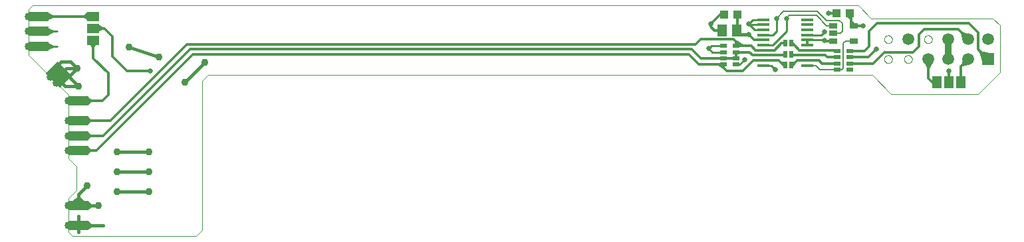
<source format=gtl>
G04 EAGLE Gerber X2 export*
%TF.Part,Single*%
%TF.FileFunction,Other,top copper*%
%TF.FilePolarity,Positive*%
%TF.GenerationSoftware,Autodesk,EAGLE,9.5.2*%
%TF.CreationDate,2020-04-08T10:13:28Z*%
G75*
%MOMM*%
%FSLAX34Y34*%
%LPD*%
%INtop copper*%
%AMOC8*
5,1,8,0,0,1.08239X$1,22.5*%
G01*
%ADD10C,0.000000*%
%ADD11R,2.540000X1.270000*%
%ADD12R,1.270000X2.540000*%
%ADD13R,1.500000X1.500000*%
%ADD14C,1.500000*%
%ADD15R,1.168400X1.600200*%
%ADD16R,1.300000X1.500000*%
%ADD17R,1.600000X0.350000*%
%ADD18R,0.900000X0.500000*%
%ADD19R,1.100000X1.000000*%
%ADD20R,0.508000X0.889000*%
%ADD21R,1.600200X1.168400*%
%ADD22R,0.990000X0.690000*%
%ADD23C,0.203200*%
%ADD24C,1.020000*%
%ADD25C,0.304800*%
%ADD26C,0.406400*%
%ADD27C,0.935000*%
%ADD28C,0.680000*%
%ADD29C,0.254000*%
%ADD30C,0.812800*%


D10*
X0Y232410D02*
X50800Y181610D01*
X50800Y100330D01*
X60960Y90170D01*
X60960Y59690D01*
X50800Y49530D01*
X50800Y6350D01*
X55880Y1270D01*
X213360Y1270D01*
X1236980Y210820D02*
X1236980Y270510D01*
X0Y290830D02*
X0Y232410D01*
X0Y290830D02*
X5080Y295910D01*
X220980Y8890D02*
X213360Y1270D01*
X220980Y8890D02*
X220980Y199390D01*
X228600Y207010D01*
X1074420Y207010D01*
X1056640Y295910D02*
X5080Y295910D01*
X1074420Y207010D02*
X1098550Y182880D01*
X1209040Y182880D01*
X1236980Y210820D01*
X1073150Y279400D02*
X1056640Y295910D01*
X1073150Y279400D02*
X1228090Y279400D01*
X1236980Y270510D01*
D11*
X63500Y110490D03*
X63500Y173990D03*
X63500Y129540D03*
X63500Y40640D03*
D12*
G36*
X55380Y206330D02*
X46400Y197350D01*
X28440Y215310D01*
X37420Y224290D01*
X55380Y206330D01*
G37*
D11*
X63500Y15240D03*
X63500Y148590D03*
D12*
G36*
X49030Y199980D02*
X40050Y191000D01*
X22090Y208960D01*
X31070Y217940D01*
X49030Y199980D01*
G37*
D13*
X1221740Y227330D03*
D14*
X1221740Y252730D03*
X1196340Y227330D03*
X1196340Y252730D03*
X1170940Y227330D03*
X1170940Y252730D03*
X1120140Y252730D03*
D10*
X1115140Y227330D02*
X1115142Y227471D01*
X1115148Y227612D01*
X1115158Y227752D01*
X1115172Y227892D01*
X1115190Y228032D01*
X1115211Y228171D01*
X1115237Y228310D01*
X1115266Y228448D01*
X1115300Y228584D01*
X1115337Y228720D01*
X1115378Y228855D01*
X1115423Y228989D01*
X1115472Y229121D01*
X1115524Y229252D01*
X1115580Y229381D01*
X1115640Y229508D01*
X1115703Y229634D01*
X1115769Y229758D01*
X1115840Y229881D01*
X1115913Y230001D01*
X1115990Y230119D01*
X1116070Y230235D01*
X1116154Y230348D01*
X1116240Y230459D01*
X1116330Y230568D01*
X1116423Y230674D01*
X1116518Y230777D01*
X1116617Y230878D01*
X1116718Y230976D01*
X1116822Y231071D01*
X1116929Y231163D01*
X1117038Y231252D01*
X1117150Y231337D01*
X1117264Y231420D01*
X1117380Y231500D01*
X1117499Y231576D01*
X1117620Y231648D01*
X1117742Y231718D01*
X1117867Y231783D01*
X1117993Y231846D01*
X1118121Y231904D01*
X1118251Y231959D01*
X1118382Y232011D01*
X1118515Y232058D01*
X1118649Y232102D01*
X1118784Y232143D01*
X1118920Y232179D01*
X1119057Y232211D01*
X1119195Y232240D01*
X1119333Y232265D01*
X1119473Y232285D01*
X1119613Y232302D01*
X1119753Y232315D01*
X1119894Y232324D01*
X1120034Y232329D01*
X1120175Y232330D01*
X1120316Y232327D01*
X1120457Y232320D01*
X1120597Y232309D01*
X1120737Y232294D01*
X1120877Y232275D01*
X1121016Y232253D01*
X1121154Y232226D01*
X1121292Y232196D01*
X1121428Y232161D01*
X1121564Y232123D01*
X1121698Y232081D01*
X1121832Y232035D01*
X1121964Y231986D01*
X1122094Y231932D01*
X1122223Y231875D01*
X1122350Y231815D01*
X1122476Y231751D01*
X1122599Y231683D01*
X1122721Y231612D01*
X1122841Y231538D01*
X1122958Y231460D01*
X1123073Y231379D01*
X1123186Y231295D01*
X1123297Y231208D01*
X1123405Y231117D01*
X1123510Y231024D01*
X1123613Y230927D01*
X1123713Y230828D01*
X1123810Y230726D01*
X1123904Y230621D01*
X1123995Y230514D01*
X1124083Y230404D01*
X1124168Y230292D01*
X1124250Y230177D01*
X1124329Y230060D01*
X1124404Y229941D01*
X1124476Y229820D01*
X1124544Y229697D01*
X1124609Y229572D01*
X1124671Y229445D01*
X1124728Y229316D01*
X1124783Y229186D01*
X1124833Y229055D01*
X1124880Y228922D01*
X1124923Y228788D01*
X1124962Y228652D01*
X1124997Y228516D01*
X1125029Y228379D01*
X1125056Y228241D01*
X1125080Y228102D01*
X1125100Y227962D01*
X1125116Y227822D01*
X1125128Y227682D01*
X1125136Y227541D01*
X1125140Y227400D01*
X1125140Y227260D01*
X1125136Y227119D01*
X1125128Y226978D01*
X1125116Y226838D01*
X1125100Y226698D01*
X1125080Y226558D01*
X1125056Y226419D01*
X1125029Y226281D01*
X1124997Y226144D01*
X1124962Y226008D01*
X1124923Y225872D01*
X1124880Y225738D01*
X1124833Y225605D01*
X1124783Y225474D01*
X1124728Y225344D01*
X1124671Y225215D01*
X1124609Y225088D01*
X1124544Y224963D01*
X1124476Y224840D01*
X1124404Y224719D01*
X1124329Y224600D01*
X1124250Y224483D01*
X1124168Y224368D01*
X1124083Y224256D01*
X1123995Y224146D01*
X1123904Y224039D01*
X1123810Y223934D01*
X1123713Y223832D01*
X1123613Y223733D01*
X1123510Y223636D01*
X1123405Y223543D01*
X1123297Y223452D01*
X1123186Y223365D01*
X1123073Y223281D01*
X1122958Y223200D01*
X1122841Y223122D01*
X1122721Y223048D01*
X1122599Y222977D01*
X1122476Y222909D01*
X1122350Y222845D01*
X1122223Y222785D01*
X1122094Y222728D01*
X1121964Y222674D01*
X1121832Y222625D01*
X1121698Y222579D01*
X1121564Y222537D01*
X1121428Y222499D01*
X1121292Y222464D01*
X1121154Y222434D01*
X1121016Y222407D01*
X1120877Y222385D01*
X1120737Y222366D01*
X1120597Y222351D01*
X1120457Y222340D01*
X1120316Y222333D01*
X1120175Y222330D01*
X1120034Y222331D01*
X1119894Y222336D01*
X1119753Y222345D01*
X1119613Y222358D01*
X1119473Y222375D01*
X1119333Y222395D01*
X1119195Y222420D01*
X1119057Y222449D01*
X1118920Y222481D01*
X1118784Y222517D01*
X1118649Y222558D01*
X1118515Y222602D01*
X1118382Y222649D01*
X1118251Y222701D01*
X1118121Y222756D01*
X1117993Y222814D01*
X1117867Y222877D01*
X1117742Y222942D01*
X1117620Y223012D01*
X1117499Y223084D01*
X1117380Y223160D01*
X1117264Y223240D01*
X1117150Y223323D01*
X1117038Y223408D01*
X1116929Y223497D01*
X1116822Y223589D01*
X1116718Y223684D01*
X1116617Y223782D01*
X1116518Y223883D01*
X1116423Y223986D01*
X1116330Y224092D01*
X1116240Y224201D01*
X1116154Y224312D01*
X1116070Y224425D01*
X1115990Y224541D01*
X1115913Y224659D01*
X1115840Y224779D01*
X1115769Y224902D01*
X1115703Y225026D01*
X1115640Y225152D01*
X1115580Y225279D01*
X1115524Y225408D01*
X1115472Y225539D01*
X1115423Y225671D01*
X1115378Y225805D01*
X1115337Y225940D01*
X1115300Y226076D01*
X1115266Y226212D01*
X1115237Y226350D01*
X1115211Y226489D01*
X1115190Y226628D01*
X1115172Y226768D01*
X1115158Y226908D01*
X1115148Y227048D01*
X1115142Y227189D01*
X1115140Y227330D01*
X1089740Y227330D02*
X1089742Y227471D01*
X1089748Y227612D01*
X1089758Y227752D01*
X1089772Y227892D01*
X1089790Y228032D01*
X1089811Y228171D01*
X1089837Y228310D01*
X1089866Y228448D01*
X1089900Y228584D01*
X1089937Y228720D01*
X1089978Y228855D01*
X1090023Y228989D01*
X1090072Y229121D01*
X1090124Y229252D01*
X1090180Y229381D01*
X1090240Y229508D01*
X1090303Y229634D01*
X1090369Y229758D01*
X1090440Y229881D01*
X1090513Y230001D01*
X1090590Y230119D01*
X1090670Y230235D01*
X1090754Y230348D01*
X1090840Y230459D01*
X1090930Y230568D01*
X1091023Y230674D01*
X1091118Y230777D01*
X1091217Y230878D01*
X1091318Y230976D01*
X1091422Y231071D01*
X1091529Y231163D01*
X1091638Y231252D01*
X1091750Y231337D01*
X1091864Y231420D01*
X1091980Y231500D01*
X1092099Y231576D01*
X1092220Y231648D01*
X1092342Y231718D01*
X1092467Y231783D01*
X1092593Y231846D01*
X1092721Y231904D01*
X1092851Y231959D01*
X1092982Y232011D01*
X1093115Y232058D01*
X1093249Y232102D01*
X1093384Y232143D01*
X1093520Y232179D01*
X1093657Y232211D01*
X1093795Y232240D01*
X1093933Y232265D01*
X1094073Y232285D01*
X1094213Y232302D01*
X1094353Y232315D01*
X1094494Y232324D01*
X1094634Y232329D01*
X1094775Y232330D01*
X1094916Y232327D01*
X1095057Y232320D01*
X1095197Y232309D01*
X1095337Y232294D01*
X1095477Y232275D01*
X1095616Y232253D01*
X1095754Y232226D01*
X1095892Y232196D01*
X1096028Y232161D01*
X1096164Y232123D01*
X1096298Y232081D01*
X1096432Y232035D01*
X1096564Y231986D01*
X1096694Y231932D01*
X1096823Y231875D01*
X1096950Y231815D01*
X1097076Y231751D01*
X1097199Y231683D01*
X1097321Y231612D01*
X1097441Y231538D01*
X1097558Y231460D01*
X1097673Y231379D01*
X1097786Y231295D01*
X1097897Y231208D01*
X1098005Y231117D01*
X1098110Y231024D01*
X1098213Y230927D01*
X1098313Y230828D01*
X1098410Y230726D01*
X1098504Y230621D01*
X1098595Y230514D01*
X1098683Y230404D01*
X1098768Y230292D01*
X1098850Y230177D01*
X1098929Y230060D01*
X1099004Y229941D01*
X1099076Y229820D01*
X1099144Y229697D01*
X1099209Y229572D01*
X1099271Y229445D01*
X1099328Y229316D01*
X1099383Y229186D01*
X1099433Y229055D01*
X1099480Y228922D01*
X1099523Y228788D01*
X1099562Y228652D01*
X1099597Y228516D01*
X1099629Y228379D01*
X1099656Y228241D01*
X1099680Y228102D01*
X1099700Y227962D01*
X1099716Y227822D01*
X1099728Y227682D01*
X1099736Y227541D01*
X1099740Y227400D01*
X1099740Y227260D01*
X1099736Y227119D01*
X1099728Y226978D01*
X1099716Y226838D01*
X1099700Y226698D01*
X1099680Y226558D01*
X1099656Y226419D01*
X1099629Y226281D01*
X1099597Y226144D01*
X1099562Y226008D01*
X1099523Y225872D01*
X1099480Y225738D01*
X1099433Y225605D01*
X1099383Y225474D01*
X1099328Y225344D01*
X1099271Y225215D01*
X1099209Y225088D01*
X1099144Y224963D01*
X1099076Y224840D01*
X1099004Y224719D01*
X1098929Y224600D01*
X1098850Y224483D01*
X1098768Y224368D01*
X1098683Y224256D01*
X1098595Y224146D01*
X1098504Y224039D01*
X1098410Y223934D01*
X1098313Y223832D01*
X1098213Y223733D01*
X1098110Y223636D01*
X1098005Y223543D01*
X1097897Y223452D01*
X1097786Y223365D01*
X1097673Y223281D01*
X1097558Y223200D01*
X1097441Y223122D01*
X1097321Y223048D01*
X1097199Y222977D01*
X1097076Y222909D01*
X1096950Y222845D01*
X1096823Y222785D01*
X1096694Y222728D01*
X1096564Y222674D01*
X1096432Y222625D01*
X1096298Y222579D01*
X1096164Y222537D01*
X1096028Y222499D01*
X1095892Y222464D01*
X1095754Y222434D01*
X1095616Y222407D01*
X1095477Y222385D01*
X1095337Y222366D01*
X1095197Y222351D01*
X1095057Y222340D01*
X1094916Y222333D01*
X1094775Y222330D01*
X1094634Y222331D01*
X1094494Y222336D01*
X1094353Y222345D01*
X1094213Y222358D01*
X1094073Y222375D01*
X1093933Y222395D01*
X1093795Y222420D01*
X1093657Y222449D01*
X1093520Y222481D01*
X1093384Y222517D01*
X1093249Y222558D01*
X1093115Y222602D01*
X1092982Y222649D01*
X1092851Y222701D01*
X1092721Y222756D01*
X1092593Y222814D01*
X1092467Y222877D01*
X1092342Y222942D01*
X1092220Y223012D01*
X1092099Y223084D01*
X1091980Y223160D01*
X1091864Y223240D01*
X1091750Y223323D01*
X1091638Y223408D01*
X1091529Y223497D01*
X1091422Y223589D01*
X1091318Y223684D01*
X1091217Y223782D01*
X1091118Y223883D01*
X1091023Y223986D01*
X1090930Y224092D01*
X1090840Y224201D01*
X1090754Y224312D01*
X1090670Y224425D01*
X1090590Y224541D01*
X1090513Y224659D01*
X1090440Y224779D01*
X1090369Y224902D01*
X1090303Y225026D01*
X1090240Y225152D01*
X1090180Y225279D01*
X1090124Y225408D01*
X1090072Y225539D01*
X1090023Y225671D01*
X1089978Y225805D01*
X1089937Y225940D01*
X1089900Y226076D01*
X1089866Y226212D01*
X1089837Y226350D01*
X1089811Y226489D01*
X1089790Y226628D01*
X1089772Y226768D01*
X1089758Y226908D01*
X1089748Y227048D01*
X1089742Y227189D01*
X1089740Y227330D01*
X1089740Y252730D02*
X1089742Y252871D01*
X1089748Y253012D01*
X1089758Y253152D01*
X1089772Y253292D01*
X1089790Y253432D01*
X1089811Y253571D01*
X1089837Y253710D01*
X1089866Y253848D01*
X1089900Y253984D01*
X1089937Y254120D01*
X1089978Y254255D01*
X1090023Y254389D01*
X1090072Y254521D01*
X1090124Y254652D01*
X1090180Y254781D01*
X1090240Y254908D01*
X1090303Y255034D01*
X1090369Y255158D01*
X1090440Y255281D01*
X1090513Y255401D01*
X1090590Y255519D01*
X1090670Y255635D01*
X1090754Y255748D01*
X1090840Y255859D01*
X1090930Y255968D01*
X1091023Y256074D01*
X1091118Y256177D01*
X1091217Y256278D01*
X1091318Y256376D01*
X1091422Y256471D01*
X1091529Y256563D01*
X1091638Y256652D01*
X1091750Y256737D01*
X1091864Y256820D01*
X1091980Y256900D01*
X1092099Y256976D01*
X1092220Y257048D01*
X1092342Y257118D01*
X1092467Y257183D01*
X1092593Y257246D01*
X1092721Y257304D01*
X1092851Y257359D01*
X1092982Y257411D01*
X1093115Y257458D01*
X1093249Y257502D01*
X1093384Y257543D01*
X1093520Y257579D01*
X1093657Y257611D01*
X1093795Y257640D01*
X1093933Y257665D01*
X1094073Y257685D01*
X1094213Y257702D01*
X1094353Y257715D01*
X1094494Y257724D01*
X1094634Y257729D01*
X1094775Y257730D01*
X1094916Y257727D01*
X1095057Y257720D01*
X1095197Y257709D01*
X1095337Y257694D01*
X1095477Y257675D01*
X1095616Y257653D01*
X1095754Y257626D01*
X1095892Y257596D01*
X1096028Y257561D01*
X1096164Y257523D01*
X1096298Y257481D01*
X1096432Y257435D01*
X1096564Y257386D01*
X1096694Y257332D01*
X1096823Y257275D01*
X1096950Y257215D01*
X1097076Y257151D01*
X1097199Y257083D01*
X1097321Y257012D01*
X1097441Y256938D01*
X1097558Y256860D01*
X1097673Y256779D01*
X1097786Y256695D01*
X1097897Y256608D01*
X1098005Y256517D01*
X1098110Y256424D01*
X1098213Y256327D01*
X1098313Y256228D01*
X1098410Y256126D01*
X1098504Y256021D01*
X1098595Y255914D01*
X1098683Y255804D01*
X1098768Y255692D01*
X1098850Y255577D01*
X1098929Y255460D01*
X1099004Y255341D01*
X1099076Y255220D01*
X1099144Y255097D01*
X1099209Y254972D01*
X1099271Y254845D01*
X1099328Y254716D01*
X1099383Y254586D01*
X1099433Y254455D01*
X1099480Y254322D01*
X1099523Y254188D01*
X1099562Y254052D01*
X1099597Y253916D01*
X1099629Y253779D01*
X1099656Y253641D01*
X1099680Y253502D01*
X1099700Y253362D01*
X1099716Y253222D01*
X1099728Y253082D01*
X1099736Y252941D01*
X1099740Y252800D01*
X1099740Y252660D01*
X1099736Y252519D01*
X1099728Y252378D01*
X1099716Y252238D01*
X1099700Y252098D01*
X1099680Y251958D01*
X1099656Y251819D01*
X1099629Y251681D01*
X1099597Y251544D01*
X1099562Y251408D01*
X1099523Y251272D01*
X1099480Y251138D01*
X1099433Y251005D01*
X1099383Y250874D01*
X1099328Y250744D01*
X1099271Y250615D01*
X1099209Y250488D01*
X1099144Y250363D01*
X1099076Y250240D01*
X1099004Y250119D01*
X1098929Y250000D01*
X1098850Y249883D01*
X1098768Y249768D01*
X1098683Y249656D01*
X1098595Y249546D01*
X1098504Y249439D01*
X1098410Y249334D01*
X1098313Y249232D01*
X1098213Y249133D01*
X1098110Y249036D01*
X1098005Y248943D01*
X1097897Y248852D01*
X1097786Y248765D01*
X1097673Y248681D01*
X1097558Y248600D01*
X1097441Y248522D01*
X1097321Y248448D01*
X1097199Y248377D01*
X1097076Y248309D01*
X1096950Y248245D01*
X1096823Y248185D01*
X1096694Y248128D01*
X1096564Y248074D01*
X1096432Y248025D01*
X1096298Y247979D01*
X1096164Y247937D01*
X1096028Y247899D01*
X1095892Y247864D01*
X1095754Y247834D01*
X1095616Y247807D01*
X1095477Y247785D01*
X1095337Y247766D01*
X1095197Y247751D01*
X1095057Y247740D01*
X1094916Y247733D01*
X1094775Y247730D01*
X1094634Y247731D01*
X1094494Y247736D01*
X1094353Y247745D01*
X1094213Y247758D01*
X1094073Y247775D01*
X1093933Y247795D01*
X1093795Y247820D01*
X1093657Y247849D01*
X1093520Y247881D01*
X1093384Y247917D01*
X1093249Y247958D01*
X1093115Y248002D01*
X1092982Y248049D01*
X1092851Y248101D01*
X1092721Y248156D01*
X1092593Y248214D01*
X1092467Y248277D01*
X1092342Y248342D01*
X1092220Y248412D01*
X1092099Y248484D01*
X1091980Y248560D01*
X1091864Y248640D01*
X1091750Y248723D01*
X1091638Y248808D01*
X1091529Y248897D01*
X1091422Y248989D01*
X1091318Y249084D01*
X1091217Y249182D01*
X1091118Y249283D01*
X1091023Y249386D01*
X1090930Y249492D01*
X1090840Y249601D01*
X1090754Y249712D01*
X1090670Y249825D01*
X1090590Y249941D01*
X1090513Y250059D01*
X1090440Y250179D01*
X1090369Y250302D01*
X1090303Y250426D01*
X1090240Y250552D01*
X1090180Y250679D01*
X1090124Y250808D01*
X1090072Y250939D01*
X1090023Y251071D01*
X1089978Y251205D01*
X1089937Y251340D01*
X1089900Y251476D01*
X1089866Y251612D01*
X1089837Y251750D01*
X1089811Y251889D01*
X1089790Y252028D01*
X1089772Y252168D01*
X1089758Y252308D01*
X1089748Y252448D01*
X1089742Y252589D01*
X1089740Y252730D01*
D14*
X1145540Y227330D03*
D10*
X1140540Y252730D02*
X1140542Y252871D01*
X1140548Y253012D01*
X1140558Y253152D01*
X1140572Y253292D01*
X1140590Y253432D01*
X1140611Y253571D01*
X1140637Y253710D01*
X1140666Y253848D01*
X1140700Y253984D01*
X1140737Y254120D01*
X1140778Y254255D01*
X1140823Y254389D01*
X1140872Y254521D01*
X1140924Y254652D01*
X1140980Y254781D01*
X1141040Y254908D01*
X1141103Y255034D01*
X1141169Y255158D01*
X1141240Y255281D01*
X1141313Y255401D01*
X1141390Y255519D01*
X1141470Y255635D01*
X1141554Y255748D01*
X1141640Y255859D01*
X1141730Y255968D01*
X1141823Y256074D01*
X1141918Y256177D01*
X1142017Y256278D01*
X1142118Y256376D01*
X1142222Y256471D01*
X1142329Y256563D01*
X1142438Y256652D01*
X1142550Y256737D01*
X1142664Y256820D01*
X1142780Y256900D01*
X1142899Y256976D01*
X1143020Y257048D01*
X1143142Y257118D01*
X1143267Y257183D01*
X1143393Y257246D01*
X1143521Y257304D01*
X1143651Y257359D01*
X1143782Y257411D01*
X1143915Y257458D01*
X1144049Y257502D01*
X1144184Y257543D01*
X1144320Y257579D01*
X1144457Y257611D01*
X1144595Y257640D01*
X1144733Y257665D01*
X1144873Y257685D01*
X1145013Y257702D01*
X1145153Y257715D01*
X1145294Y257724D01*
X1145434Y257729D01*
X1145575Y257730D01*
X1145716Y257727D01*
X1145857Y257720D01*
X1145997Y257709D01*
X1146137Y257694D01*
X1146277Y257675D01*
X1146416Y257653D01*
X1146554Y257626D01*
X1146692Y257596D01*
X1146828Y257561D01*
X1146964Y257523D01*
X1147098Y257481D01*
X1147232Y257435D01*
X1147364Y257386D01*
X1147494Y257332D01*
X1147623Y257275D01*
X1147750Y257215D01*
X1147876Y257151D01*
X1147999Y257083D01*
X1148121Y257012D01*
X1148241Y256938D01*
X1148358Y256860D01*
X1148473Y256779D01*
X1148586Y256695D01*
X1148697Y256608D01*
X1148805Y256517D01*
X1148910Y256424D01*
X1149013Y256327D01*
X1149113Y256228D01*
X1149210Y256126D01*
X1149304Y256021D01*
X1149395Y255914D01*
X1149483Y255804D01*
X1149568Y255692D01*
X1149650Y255577D01*
X1149729Y255460D01*
X1149804Y255341D01*
X1149876Y255220D01*
X1149944Y255097D01*
X1150009Y254972D01*
X1150071Y254845D01*
X1150128Y254716D01*
X1150183Y254586D01*
X1150233Y254455D01*
X1150280Y254322D01*
X1150323Y254188D01*
X1150362Y254052D01*
X1150397Y253916D01*
X1150429Y253779D01*
X1150456Y253641D01*
X1150480Y253502D01*
X1150500Y253362D01*
X1150516Y253222D01*
X1150528Y253082D01*
X1150536Y252941D01*
X1150540Y252800D01*
X1150540Y252660D01*
X1150536Y252519D01*
X1150528Y252378D01*
X1150516Y252238D01*
X1150500Y252098D01*
X1150480Y251958D01*
X1150456Y251819D01*
X1150429Y251681D01*
X1150397Y251544D01*
X1150362Y251408D01*
X1150323Y251272D01*
X1150280Y251138D01*
X1150233Y251005D01*
X1150183Y250874D01*
X1150128Y250744D01*
X1150071Y250615D01*
X1150009Y250488D01*
X1149944Y250363D01*
X1149876Y250240D01*
X1149804Y250119D01*
X1149729Y250000D01*
X1149650Y249883D01*
X1149568Y249768D01*
X1149483Y249656D01*
X1149395Y249546D01*
X1149304Y249439D01*
X1149210Y249334D01*
X1149113Y249232D01*
X1149013Y249133D01*
X1148910Y249036D01*
X1148805Y248943D01*
X1148697Y248852D01*
X1148586Y248765D01*
X1148473Y248681D01*
X1148358Y248600D01*
X1148241Y248522D01*
X1148121Y248448D01*
X1147999Y248377D01*
X1147876Y248309D01*
X1147750Y248245D01*
X1147623Y248185D01*
X1147494Y248128D01*
X1147364Y248074D01*
X1147232Y248025D01*
X1147098Y247979D01*
X1146964Y247937D01*
X1146828Y247899D01*
X1146692Y247864D01*
X1146554Y247834D01*
X1146416Y247807D01*
X1146277Y247785D01*
X1146137Y247766D01*
X1145997Y247751D01*
X1145857Y247740D01*
X1145716Y247733D01*
X1145575Y247730D01*
X1145434Y247731D01*
X1145294Y247736D01*
X1145153Y247745D01*
X1145013Y247758D01*
X1144873Y247775D01*
X1144733Y247795D01*
X1144595Y247820D01*
X1144457Y247849D01*
X1144320Y247881D01*
X1144184Y247917D01*
X1144049Y247958D01*
X1143915Y248002D01*
X1143782Y248049D01*
X1143651Y248101D01*
X1143521Y248156D01*
X1143393Y248214D01*
X1143267Y248277D01*
X1143142Y248342D01*
X1143020Y248412D01*
X1142899Y248484D01*
X1142780Y248560D01*
X1142664Y248640D01*
X1142550Y248723D01*
X1142438Y248808D01*
X1142329Y248897D01*
X1142222Y248989D01*
X1142118Y249084D01*
X1142017Y249182D01*
X1141918Y249283D01*
X1141823Y249386D01*
X1141730Y249492D01*
X1141640Y249601D01*
X1141554Y249712D01*
X1141470Y249825D01*
X1141390Y249941D01*
X1141313Y250059D01*
X1141240Y250179D01*
X1141169Y250302D01*
X1141103Y250426D01*
X1141040Y250552D01*
X1140980Y250679D01*
X1140924Y250808D01*
X1140872Y250939D01*
X1140823Y251071D01*
X1140778Y251205D01*
X1140737Y251340D01*
X1140700Y251476D01*
X1140666Y251612D01*
X1140637Y251750D01*
X1140611Y251889D01*
X1140590Y252028D01*
X1140572Y252168D01*
X1140558Y252308D01*
X1140548Y252448D01*
X1140542Y252589D01*
X1140540Y252730D01*
D15*
X1187450Y198120D03*
X1172210Y198120D03*
X1156970Y198120D03*
D16*
X883310Y264160D03*
X902310Y264160D03*
D17*
X935930Y277870D03*
X935930Y271370D03*
X935930Y264870D03*
X935930Y258370D03*
X935930Y251870D03*
X935930Y245370D03*
X935930Y238870D03*
X935930Y232370D03*
X935930Y225870D03*
X935930Y219370D03*
X991930Y219370D03*
X991930Y225870D03*
X991930Y232370D03*
X991930Y238870D03*
X991930Y245370D03*
X991930Y251870D03*
X991930Y258370D03*
X991930Y264870D03*
X991930Y271370D03*
X991930Y277870D03*
D18*
X900810Y220410D03*
X900810Y228410D03*
X900810Y236410D03*
X900810Y244410D03*
X884810Y244410D03*
X884810Y236410D03*
X884810Y228410D03*
X884810Y220410D03*
D11*
X12700Y243840D03*
X12700Y262890D03*
X12700Y281940D03*
D18*
X1029590Y238060D03*
X1029590Y230060D03*
X1029590Y222060D03*
X1029590Y214060D03*
X1045590Y214060D03*
X1045590Y222060D03*
X1045590Y230060D03*
X1045590Y238060D03*
D19*
X902580Y284480D03*
X885580Y284480D03*
D20*
X963930Y247650D03*
X971550Y247650D03*
X963930Y233680D03*
X971550Y233680D03*
X963930Y219710D03*
X971550Y219710D03*
D21*
X82550Y281940D03*
X82550Y266700D03*
X82550Y251460D03*
D22*
X1024690Y269850D03*
X1024690Y260350D03*
X1024690Y250850D03*
X1050590Y250850D03*
X1050590Y269850D03*
D19*
X1046090Y285750D03*
X1029090Y285750D03*
D23*
X1002370Y219370D02*
X991930Y219370D01*
X1007680Y214060D02*
X1029590Y214060D01*
X1007680Y214060D02*
X1002370Y219370D01*
X1029590Y214060D02*
X1035750Y214060D01*
X1037590Y215900D01*
X1040790Y250850D02*
X1050590Y250850D01*
X1037590Y247650D02*
X1037590Y215900D01*
X1037590Y247650D02*
X1040790Y250850D01*
D24*
X50800Y40640D03*
X63500Y40640D03*
X45720Y207010D03*
X35560Y196850D03*
D25*
X50800Y40640D02*
X63500Y40640D01*
D26*
X78740Y40640D01*
X88900Y40640D01*
X63500Y40640D02*
X63500Y50800D01*
X63500Y54610D01*
X74930Y66040D01*
D27*
X74930Y66040D03*
X88900Y40640D03*
D26*
X69850Y44450D02*
X63500Y50800D01*
X57150Y44450D01*
X74930Y44450D02*
X78740Y40640D01*
X74930Y36830D01*
D27*
X62230Y215900D03*
X63500Y193040D03*
D26*
X62230Y215900D02*
X48260Y215900D01*
X45720Y213360D01*
X45720Y207010D01*
X46990Y193040D02*
X63500Y193040D01*
X46990Y193040D02*
X36830Y203200D01*
X35560Y204470D01*
X43180Y204470D01*
X45720Y207010D01*
X49530Y207010D02*
X63500Y193040D01*
X49530Y207010D02*
X45720Y207010D01*
X53340Y207010D02*
X62230Y215900D01*
X53340Y207010D02*
X49530Y207010D01*
X62230Y215900D02*
X53562Y224568D01*
X36830Y219710D02*
X36830Y203200D01*
X41688Y224568D02*
X53562Y224568D01*
X41688Y224568D02*
X36830Y219710D01*
D24*
X27940Y204470D03*
X38100Y214630D03*
D28*
X916940Y272640D03*
X911860Y226990D03*
D27*
X113030Y109220D03*
X113030Y83820D03*
X113030Y58420D03*
X153670Y58420D03*
X153670Y83820D03*
X153670Y109220D03*
D26*
X113030Y109220D01*
X113030Y83820D02*
X153670Y83820D01*
X153670Y58420D02*
X113030Y58420D01*
D29*
X916940Y272640D02*
X918210Y271370D01*
X935930Y271370D01*
X935930Y277870D02*
X922170Y277870D01*
X916940Y272640D01*
X924710Y264870D02*
X935930Y264870D01*
X924710Y264870D02*
X916940Y272640D01*
D27*
X224790Y223520D03*
X199390Y198120D03*
D26*
X224790Y223520D01*
D27*
X166370Y229870D03*
X128270Y242570D03*
D26*
X166370Y229870D01*
D28*
X868680Y272640D03*
D25*
X880520Y284480D02*
X885580Y284480D01*
X880520Y284480D02*
X868680Y272640D01*
X873350Y264160D02*
X883310Y264160D01*
X873350Y264160D02*
X868680Y268830D01*
X868680Y272640D01*
D28*
X866140Y240960D03*
X951230Y214290D03*
D29*
X946150Y219370D02*
X935930Y219370D01*
X946150Y219370D02*
X951230Y214290D01*
X905280Y220410D02*
X900810Y220410D01*
X905280Y220410D02*
X911860Y226990D01*
X884810Y244410D02*
X869590Y244410D01*
X866310Y241130D01*
X866140Y240960D01*
X871030Y236410D02*
X884810Y236410D01*
X871030Y236410D02*
X866310Y241130D01*
D30*
X1170940Y252730D02*
X1170940Y227330D01*
D28*
X1013460Y251460D03*
D29*
X1013050Y251870D01*
X991930Y251870D01*
D25*
X991930Y245370D01*
X1014070Y250850D02*
X1024690Y250850D01*
X1014070Y250850D02*
X1013460Y251460D01*
D28*
X1018540Y285750D03*
D25*
X1029090Y285750D01*
D24*
X50800Y110490D03*
X63500Y110490D03*
D25*
X78740Y110490D01*
X63500Y110490D02*
X50800Y110490D01*
X74930Y114300D02*
X78740Y110490D01*
X74930Y106680D01*
X78740Y110490D02*
X86360Y110490D01*
X209550Y233680D01*
X935930Y225870D02*
X955230Y225870D01*
X958850Y222250D01*
X963930Y222250D01*
D29*
X963930Y219710D01*
D25*
X840740Y233680D02*
X209550Y233680D01*
X840740Y233680D02*
X854010Y220410D01*
X878840Y220410D01*
X884810Y220410D01*
X923100Y225870D02*
X935930Y225870D01*
X884810Y220410D02*
X884810Y216280D01*
X909320Y212090D02*
X923100Y225870D01*
X909320Y212090D02*
X889000Y212090D01*
X884810Y216280D01*
X878840Y220410D01*
X958850Y222250D02*
X963930Y217170D01*
D24*
X50800Y173990D03*
X63500Y173990D03*
D25*
X50800Y173990D01*
X80010Y173990D02*
X93980Y173990D01*
X80010Y173990D02*
X63500Y173990D01*
X74930Y177800D02*
X80010Y173990D01*
X74930Y170180D01*
X93980Y173990D02*
X101600Y181610D01*
X101600Y209550D01*
X82550Y228600D02*
X82550Y242570D01*
X82550Y251460D01*
X82550Y228600D02*
X101600Y209550D01*
X82550Y242570D02*
X87630Y250190D01*
X82550Y242570D02*
X77470Y250190D01*
X1172210Y212090D02*
X1172210Y198120D01*
D28*
X1172210Y212090D03*
X154940Y212090D03*
D25*
X125730Y212090D01*
X106680Y231140D02*
X106680Y256540D01*
X96520Y266700D01*
X93980Y266700D01*
X82550Y266700D01*
X106680Y231140D02*
X125730Y212090D01*
X93980Y266700D02*
X87630Y262890D01*
X93980Y266700D02*
X87630Y270510D01*
D24*
X50800Y148590D03*
X63500Y148590D03*
D25*
X78740Y148590D01*
X63500Y148590D02*
X50800Y148590D01*
X74930Y144780D02*
X78740Y148590D01*
X74930Y152400D01*
X929530Y238870D02*
X935930Y238870D01*
X201930Y246380D02*
X104140Y148590D01*
X78740Y148590D01*
X935930Y238870D02*
X950070Y238870D01*
X958850Y247650D02*
X963930Y247650D01*
X958850Y247650D02*
X950070Y238870D01*
X849630Y246380D02*
X201930Y246380D01*
X849630Y246380D02*
X855980Y252730D01*
X900270Y250030D02*
X900810Y249490D01*
X900270Y250030D02*
X897570Y252730D01*
X900810Y249490D02*
X900810Y244410D01*
X897570Y252730D02*
X855980Y252730D01*
X925720Y238870D02*
X935930Y238870D01*
X920180Y244410D02*
X909320Y244410D01*
X900810Y244410D01*
X920180Y244410D02*
X925720Y238870D01*
X909320Y244410D02*
X900270Y250030D01*
D24*
X50800Y129540D03*
X63500Y129540D03*
D25*
X78740Y129540D01*
X63500Y129540D02*
X50800Y129540D01*
X74930Y125730D02*
X78740Y129540D01*
X74930Y133350D01*
X78740Y129540D02*
X95250Y129540D01*
X205740Y240030D01*
X844550Y240030D01*
X856170Y228410D01*
X884810Y228410D01*
X900810Y228410D01*
X900810Y236410D01*
X922060Y232370D02*
X935930Y232370D01*
X918020Y236410D02*
X900810Y236410D01*
X918020Y236410D02*
X922060Y232370D01*
X935930Y232370D02*
X962620Y232370D01*
X963930Y233680D01*
D24*
X50800Y15240D03*
X63500Y15240D03*
D26*
X78740Y15240D01*
X74930Y19050D01*
X78740Y15240D02*
X74930Y11430D01*
X63500Y15240D02*
X54832Y15240D01*
D29*
X1009650Y258370D02*
X1013460Y262180D01*
X1009650Y258370D02*
X991930Y258370D01*
D28*
X1013460Y262180D03*
D26*
X95250Y15240D02*
X78740Y15240D01*
X63500Y15240D02*
X63500Y26670D01*
X63500Y15240D02*
X63500Y6350D01*
D25*
X902310Y265960D02*
X902580Y266230D01*
X902310Y265960D02*
X902310Y264160D01*
X902580Y266230D02*
X902580Y284480D01*
D28*
X916940Y259080D03*
D26*
X907390Y259080D01*
X902310Y264160D01*
D25*
X924150Y251870D02*
X935930Y251870D01*
X924150Y251870D02*
X916940Y259080D01*
D28*
X1062990Y269800D03*
D25*
X1050640Y269800D01*
X1050590Y269850D01*
X1047750Y272690D01*
X1047750Y284090D02*
X1046090Y285750D01*
X1047750Y275590D02*
X1047750Y272690D01*
X1047750Y275590D02*
X1047750Y278130D01*
X1047750Y284090D01*
X1042670Y283210D02*
X1047750Y278130D01*
X1047750Y275590D02*
X1052830Y270510D01*
X1188720Y219710D02*
X1196340Y227330D01*
D29*
X1198880Y222250D02*
X1188720Y219710D01*
X1191260Y229870D01*
D25*
X1188720Y219710D02*
X1187450Y218440D01*
X1187450Y198120D01*
D24*
X0Y281940D03*
D29*
X12700Y281940D02*
X31750Y281940D01*
D25*
X22860Y278130D01*
X22860Y285750D02*
X31750Y281940D01*
X71120Y281940D01*
X82550Y281940D01*
X76200Y285750D02*
X71120Y281940D01*
X76200Y278130D01*
D24*
X12700Y281940D03*
D25*
X1145540Y227330D02*
X1145540Y215900D01*
X1145540Y203200D01*
X1150620Y198120D02*
X1156970Y198120D01*
X1150620Y198120D02*
X1145540Y203200D01*
D29*
X1145540Y215900D02*
X1140460Y224790D01*
X1150620Y224790D02*
X1145540Y215900D01*
D25*
X991930Y225870D02*
X979051Y225870D01*
D29*
X971550Y222250D02*
X971550Y219710D01*
D25*
X975431Y222250D02*
X979051Y225870D01*
D29*
X975431Y222250D02*
X975360Y222250D01*
D25*
X971550Y222250D01*
X1010540Y222060D02*
X1029590Y222060D01*
X1010540Y222060D02*
X1006730Y225870D01*
X991930Y225870D01*
X975360Y222250D02*
X971550Y217170D01*
X971550Y232370D02*
X991930Y232370D01*
X971550Y232370D02*
X971550Y233680D01*
X1016890Y230060D02*
X1029590Y230060D01*
X1016890Y230060D02*
X1014580Y232370D01*
X991930Y232370D01*
X1069530Y230060D02*
X1079500Y240030D01*
X1069530Y230060D02*
X1045590Y230060D01*
D28*
X1079500Y240030D03*
D25*
X991930Y238870D02*
X981600Y238870D01*
X975360Y245110D01*
X971550Y245110D01*
X971550Y247650D01*
X1028780Y238870D02*
X1029590Y238060D01*
X1028780Y238870D02*
X991930Y238870D01*
X975360Y245110D02*
X971550Y248920D01*
X1075500Y222060D02*
X1089660Y236220D01*
X1126490Y236220D02*
X1134110Y243840D01*
X1134110Y259080D02*
X1140460Y265430D01*
X1183640Y265430D01*
X1188720Y260350D01*
X1196340Y252730D01*
X1075500Y222060D02*
X1045590Y222060D01*
X1089660Y236220D02*
X1126490Y236220D01*
X1134110Y243840D02*
X1134110Y259080D01*
X1188720Y260350D02*
X1200150Y256540D01*
X1192530Y248920D02*
X1188720Y260350D01*
D24*
X0Y262890D03*
D29*
X12700Y262890D02*
X26670Y262890D01*
X31750Y262890D01*
X22860Y259080D01*
X22860Y266700D02*
X31750Y262890D01*
X935930Y245370D02*
X947680Y245370D01*
X36830Y262890D02*
X31750Y262890D01*
X26670Y262890D02*
X25400Y261620D01*
X25400Y264160D01*
X947680Y245370D02*
X965200Y262890D01*
D28*
X965200Y279400D03*
D29*
X965200Y262890D01*
D23*
X965200Y279400D02*
X969010Y283210D01*
X1016660Y269850D02*
X1024690Y269850D01*
X1003300Y283210D02*
X969010Y283210D01*
X1003300Y283210D02*
X1016660Y269850D01*
D24*
X0Y243840D03*
D29*
X12700Y243840D02*
X26670Y243840D01*
X31750Y243840D01*
X22860Y247650D01*
X24130Y240030D02*
X31750Y243840D01*
X36830Y243840D01*
X26670Y243840D02*
X25400Y241300D01*
X26670Y243840D02*
X25400Y245110D01*
X935930Y258370D02*
X942900Y258370D01*
X947980Y258370D02*
X935930Y258370D01*
X947980Y258370D02*
X952500Y262890D01*
X952500Y279400D01*
D28*
X952500Y279400D03*
D23*
X961390Y288290D01*
X1032510Y276860D02*
X1036320Y273050D01*
X1036320Y262890D01*
X1033780Y260350D01*
X1024690Y260350D01*
X1004570Y288290D02*
X961390Y288290D01*
X1004570Y288290D02*
X1016000Y276860D01*
X1032510Y276860D01*
D24*
X12700Y262890D03*
X12700Y243840D03*
D25*
X1209040Y240030D02*
X1212850Y236220D01*
X1221740Y227330D01*
X1197610Y273050D02*
X1080770Y273050D01*
X1197610Y273050D02*
X1209040Y261620D01*
X1209040Y240030D01*
X1212850Y236220D02*
X1226820Y232410D01*
X1216660Y222250D02*
X1212850Y236220D01*
X1070610Y244030D02*
X1064640Y238060D01*
X1045590Y238060D01*
X1070610Y262890D02*
X1080770Y273050D01*
X1070610Y262890D02*
X1070610Y244030D01*
M02*

</source>
